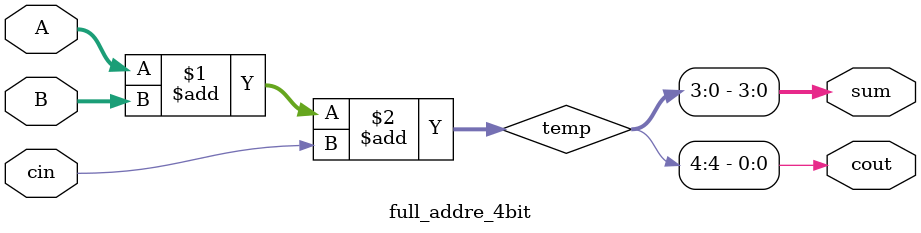
<source format=sv>
`timescale 1ns / 1ps


module full_addre_4bit(
    input logic [3:0] A,B,
    input logic cin,
    output logic cout,
    output logic [3:0] sum
    );    
    logic [4:0 ] temp;

    assign temp = A + B + cin;
    assign sum = temp [3:0];
    assign cout = temp[4];
    
    
    
    
endmodule

</source>
